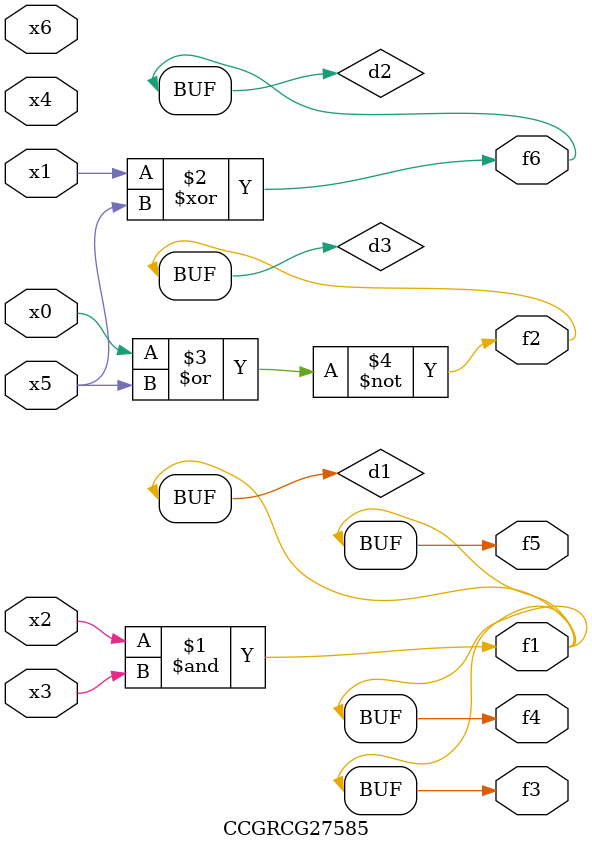
<source format=v>
module CCGRCG27585(
	input x0, x1, x2, x3, x4, x5, x6,
	output f1, f2, f3, f4, f5, f6
);

	wire d1, d2, d3;

	and (d1, x2, x3);
	xor (d2, x1, x5);
	nor (d3, x0, x5);
	assign f1 = d1;
	assign f2 = d3;
	assign f3 = d1;
	assign f4 = d1;
	assign f5 = d1;
	assign f6 = d2;
endmodule

</source>
